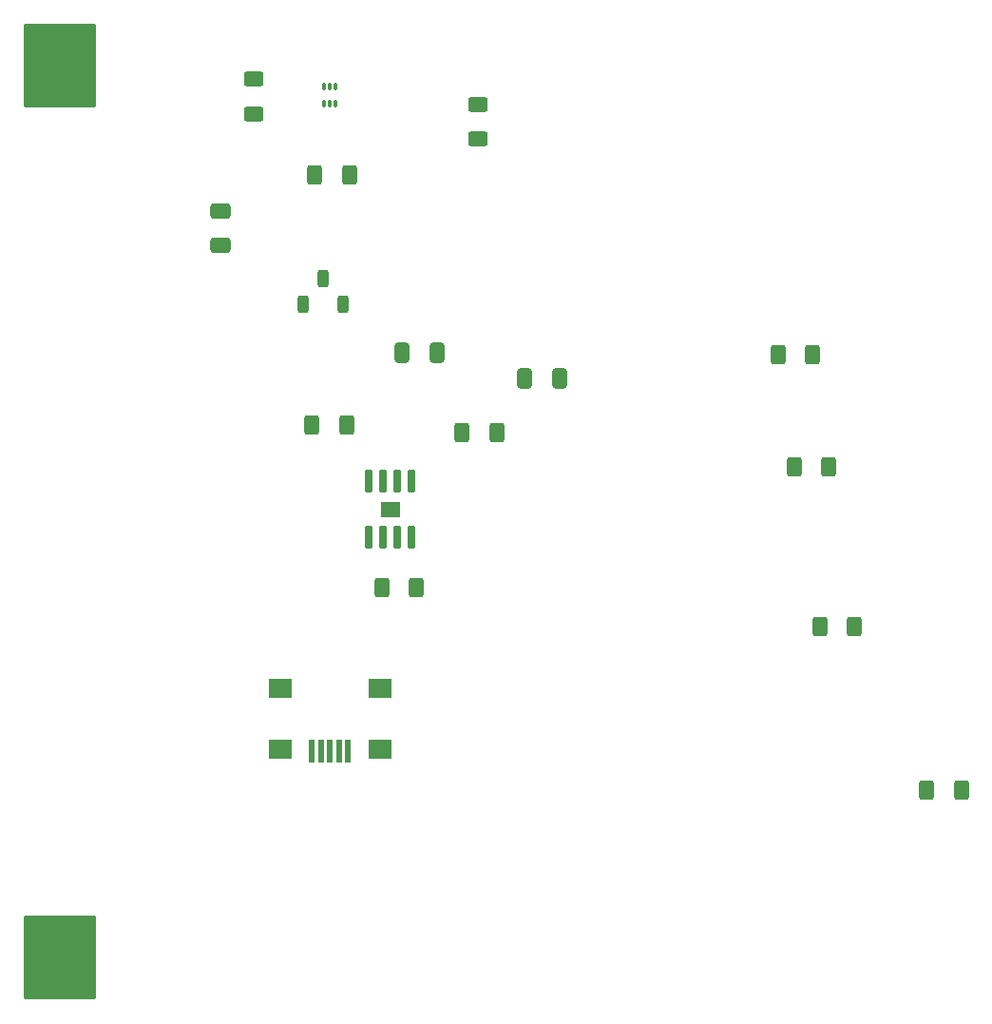
<source format=gbr>
%TF.GenerationSoftware,KiCad,Pcbnew,9.0.6*%
%TF.CreationDate,2025-12-17T18:58:15+01:00*%
%TF.ProjectId,Seminar,53656d69-6e61-4722-9e6b-696361645f70,rev?*%
%TF.SameCoordinates,Original*%
%TF.FileFunction,Paste,Top*%
%TF.FilePolarity,Positive*%
%FSLAX46Y46*%
G04 Gerber Fmt 4.6, Leading zero omitted, Abs format (unit mm)*
G04 Created by KiCad (PCBNEW 9.0.6) date 2025-12-17 18:58:15*
%MOMM*%
%LPD*%
G01*
G04 APERTURE LIST*
G04 Aperture macros list*
%AMRoundRect*
0 Rectangle with rounded corners*
0 $1 Rounding radius*
0 $2 $3 $4 $5 $6 $7 $8 $9 X,Y pos of 4 corners*
0 Add a 4 corners polygon primitive as box body*
4,1,4,$2,$3,$4,$5,$6,$7,$8,$9,$2,$3,0*
0 Add four circle primitives for the rounded corners*
1,1,$1+$1,$2,$3*
1,1,$1+$1,$4,$5*
1,1,$1+$1,$6,$7*
1,1,$1+$1,$8,$9*
0 Add four rect primitives between the rounded corners*
20,1,$1+$1,$2,$3,$4,$5,0*
20,1,$1+$1,$4,$5,$6,$7,0*
20,1,$1+$1,$6,$7,$8,$9,0*
20,1,$1+$1,$8,$9,$2,$3,0*%
G04 Aperture macros list end*
%ADD10C,0.010000*%
%ADD11RoundRect,0.250000X0.412500X0.650000X-0.412500X0.650000X-0.412500X-0.650000X0.412500X-0.650000X0*%
%ADD12RoundRect,0.250000X-0.250000X-0.550000X0.250000X-0.550000X0.250000X0.550000X-0.250000X0.550000X0*%
%ADD13RoundRect,0.075000X0.225000X-0.910000X0.225000X0.910000X-0.225000X0.910000X-0.225000X-0.910000X0*%
%ADD14RoundRect,0.250000X0.650000X-0.412500X0.650000X0.412500X-0.650000X0.412500X-0.650000X-0.412500X0*%
%ADD15RoundRect,0.250003X-2.999997X3.499997X-2.999997X-3.499997X2.999997X-3.499997X2.999997X3.499997X0*%
%ADD16RoundRect,0.250000X-0.400000X-0.625000X0.400000X-0.625000X0.400000X0.625000X-0.400000X0.625000X0*%
%ADD17RoundRect,0.250000X0.400000X0.625000X-0.400000X0.625000X-0.400000X-0.625000X0.400000X-0.625000X0*%
%ADD18R,0.500000X2.000000*%
%ADD19R,2.000000X1.700000*%
%ADD20RoundRect,0.250000X-0.625000X0.400000X-0.625000X-0.400000X0.625000X-0.400000X0.625000X0.400000X0*%
%ADD21RoundRect,0.250000X-0.412500X-0.650000X0.412500X-0.650000X0.412500X0.650000X-0.412500X0.650000X0*%
%ADD22RoundRect,0.250000X0.625000X-0.400000X0.625000X0.400000X-0.625000X0.400000X-0.625000X-0.400000X0*%
%ADD23RoundRect,0.075000X0.074999X0.260000X-0.074999X0.260000X-0.074999X-0.260000X0.074999X-0.260000X0*%
G04 APERTURE END LIST*
D10*
%TO.C,U4*%
X68975000Y-106920000D02*
X67335000Y-106920000D01*
X67335000Y-105630000D01*
X68975000Y-105630000D01*
X68975000Y-106920000D01*
G36*
X68975000Y-106920000D02*
G01*
X67335000Y-106920000D01*
X67335000Y-105630000D01*
X68975000Y-105630000D01*
X68975000Y-106920000D01*
G37*
%TD*%
D11*
%TO.C,C5*%
X72312500Y-92350000D03*
X69187500Y-92350000D03*
%TD*%
D12*
%TO.C,SW3*%
X60441000Y-88000000D03*
X62191000Y-85700000D03*
X63941000Y-88000000D03*
%TD*%
D13*
%TO.C,U4*%
X66250000Y-108750000D03*
X67520000Y-108750000D03*
X68790000Y-108750000D03*
X70060000Y-108750000D03*
X70060000Y-103800000D03*
X68790000Y-103800000D03*
X67520000Y-103800000D03*
X66250000Y-103800000D03*
%TD*%
D14*
%TO.C,C3*%
X53000000Y-82812500D03*
X53000000Y-79687500D03*
%TD*%
D15*
%TO.C,BT1*%
X38750000Y-66810000D03*
X38750000Y-146190000D03*
%TD*%
D16*
%TO.C,R7*%
X61200000Y-98750000D03*
X64300000Y-98750000D03*
%TD*%
D17*
%TO.C,R8*%
X77650000Y-99465500D03*
X74550000Y-99465500D03*
%TD*%
D18*
%TO.C,J1*%
X64392000Y-127775000D03*
X63592000Y-127775000D03*
X62792000Y-127775000D03*
X61992000Y-127775000D03*
X61192000Y-127775000D03*
D19*
X67242000Y-127675000D03*
X67242000Y-122225000D03*
X58342000Y-127675000D03*
X58342000Y-122225000D03*
%TD*%
D16*
%TO.C,R5*%
X104150000Y-102500000D03*
X107250000Y-102500000D03*
%TD*%
D20*
%TO.C,R10*%
X56000000Y-67950000D03*
X56000000Y-71050000D03*
%TD*%
D16*
%TO.C,R4*%
X102700000Y-92500000D03*
X105800000Y-92500000D03*
%TD*%
%TO.C,R6*%
X67400000Y-113250000D03*
X70500000Y-113250000D03*
%TD*%
D21*
%TO.C,C1*%
X80112500Y-94625000D03*
X83237500Y-94625000D03*
%TD*%
D22*
%TO.C,R1*%
X76000000Y-73300000D03*
X76000000Y-70200000D03*
%TD*%
D16*
%TO.C,R9*%
X61450000Y-76500000D03*
X64550000Y-76500000D03*
%TD*%
D23*
%TO.C,U3*%
X62267177Y-70136001D03*
X62767176Y-70136001D03*
X63267178Y-70136001D03*
X63267178Y-68655999D03*
X62767176Y-68655999D03*
X62267177Y-68655999D03*
%TD*%
D17*
%TO.C,R2*%
X119050000Y-131250000D03*
X115950000Y-131250000D03*
%TD*%
%TO.C,R3*%
X109550000Y-116750000D03*
X106450000Y-116750000D03*
%TD*%
M02*

</source>
